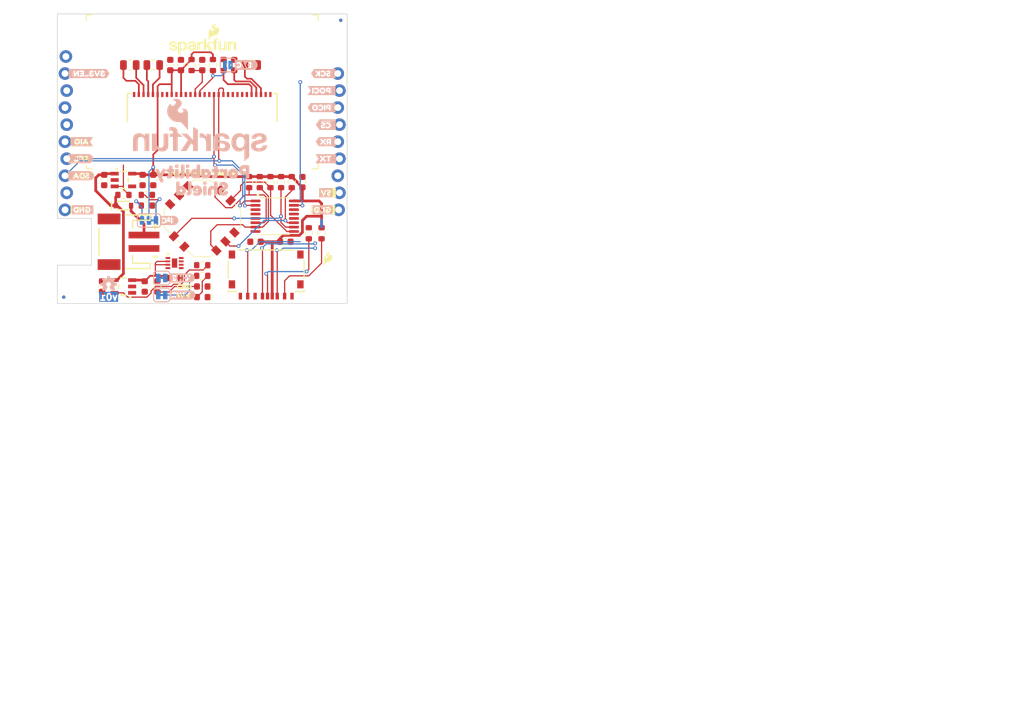
<source format=kicad_pcb>
(kicad_pcb (version 20240108) (generator "pcbnew") (generator_version "8.0")
  (title_block (title "SparkFun Portability Shield") (date "2024-09-25") (comment 1 "Designed by: N. Seidle"))
  (layers (0 "F.Cu" signal) (31 "B.Cu" jumper) (34 "B.Paste" user) (35 "F.Paste" user) (36 "B.SilkS" user "B.Silkscreen") (37 "F.SilkS" user "F.Silkscreen") (38 "B.Mask" user) (39 "F.Mask" user) (44 "Edge.Cuts" user))
  (net 0 "")
  (net 1 "GND")
  (net 2 "VBATT")
  (net 3 "3.3V_P")
  (net 4 "SD_CD")
  (net 5 "5V")
  (net 6 "Net-(D1-A)")
  (net 7 "Net-(U5-C1P)")
  (net 8 "Net-(U5-C1N)")
  (net 9 "Net-(U5-VCOMH)")
  (net 10 "SCL")
  (net 11 "SDA")
  (net 12 "3V3_EN")
  (net 13 "Net-(U5-C2N)")
  (net 14 "Net-(D1-K)")
  (net 19 "Net-(JP1-A)")
  (net 20 "Net-(U5-C2P)")
  (net 21 "Net-(U3-PROG)")
  (net 22 "Net-(U5-VCC)")
  (net 24 "Net-(JP2-B)")
  (net 25 "Net-(U5-IREF)")
  (net 26 "SHLD_~{CS}")
  (net 27 "SHLD_SCK")
  (net 28 "SHLD_POCI")
  (net 29 "SHLD_PICO")
  (net 30 "Main-TX")
  (net 31 "SW_Down")
  (net 32 "SW_Up")
  (net 33 "SW_Right")
  (net 34 "SW_Left")
  (net 35 "SW_Center")
  (net 38 "Main-RX")
  (net 41 "Net-(D3-A)")
  (net 42 "Net-(JP3-A)")
  (net 44 "Net-(JP4-B)")
  (net 45 "Net-(JP4-A)")
  (net 47 "~{RESET}_P")
  (footprint "kibuzzard-66F083B5" (layer "F.Cu") (at 154.129893 116.499038)
    (property "Reference" "kibuzzard-66F083B5" (hide yes))
    (property "Value" "G***" (hide yes))
  )
  (footprint "kibuzzard-66F080CC" (layer "F.Cu") (at 175.514 100.965)
    (property "Reference" "kibuzzard-66F080CC" (hide yes))
    (property "Value" "G***" (hide yes))
  )
  (footprint "kibuzzard-66F377AE" (layer "F.Cu") (at 138.90625 93.345)
    (property "Reference" "kibuzzard-66F377AE" (hide yes))
    (property "Value" "G***" (hide yes))
  )
  (footprint "SparkFun-Aesthetic:Fiducial_0.5mm_Mask1mm" (layer "F.Cu") (at 136.2075 116.5225 90)
    (property "Reference" "FID3")
    (property "Value" "Fiducial_0.5mm")
  )
  (footprint "SparkFun-Resistor:R_0603_1608Metric" (layer "F.Cu") (at 156.845 111.76 180)
    (property "Reference" "R3")
    (property "Value" "2.0k")
  )
  (footprint "SparkFun-Capacitor:C_0603_1608Metric" (layer "F.Cu") (at 141.9225 114.935 -90)
    (property "Reference" "C5")
    (property "Value" "4.7uF")
  )
  (footprint "SparkFun-Resistor:R_0603_1608Metric" (layer "F.Cu") (at 165.4175 99.3775 90)
    (property "Reference" "R8")
    (property "Value" "10k")
  )
  (footprint "SparkFun-Connector:microSD_Friction_Fit_Common" (layer "F.Cu") (at 166.37 112.395)
    (property "Reference" "J1")
    (property "Value" "microSD_Friction")
  )
  (footprint "SparkFun-Hardware:Standoff" (layer "F.Cu") (at 175.895 76.835 90)
    (property "Reference" "ST2")
    (property "Value" "Standoff")
  )
  (footprint "SparkFun-LED:LED_0603_1608Metric_Red" (layer "F.Cu") (at 156.845 116.5225 180)
    (property "Reference" "D3")
    (property "Value" "Red")
  )
  (footprint "SparkFun-Connector:JST_SMD_2.0mm-2" (layer "F.Cu") (at 144.4625 108.2675 90)
    (property "Reference" "J3")
    (property "Value" "JST_2mm_LiPo")
  )
  (footprint "SparkFun-Capacitor:C_0805_2012Metric" (layer "F.Cu") (at 164.1475 81.915)
    (property "Reference" "C15")
    (property "Value" "2.2uF")
  )
  (footprint "SparkFun-Resistor:R_0603_1608Metric" (layer "F.Cu") (at 174.625 106.9975 -90)
    (property "Reference" "R5")
    (property "Value" "10k")
  )
  (footprint "kibuzzard-66F0833D" (layer "F.Cu") (at 149.86 110.49)
    (property "Reference" "kibuzzard-66F0833D" (hide yes))
    (property "Value" "G***" (hide yes))
  )
  (footprint "kibuzzard-66F080F8" (layer "F.Cu") (at 138.83672 98.425)
    (property "Reference" "kibuzzard-66F080F8" (hide yes))
    (property "Value" "G***" (hide yes))
  )
  (footprint "SparkFun-Resistor:R_0603_1608Metric" (layer "F.Cu") (at 158.4325 81.915 -90)
    (property "Reference" "R2")
    (property "Value" "10k")
  )
  (footprint "kibuzzard-66F080D6" (layer "F.Cu") (at 174.879 103.505)
    (property "Reference" "kibuzzard-66F080D6" (hide yes))
    (property "Value" "G***" (hide yes))
  )
  (footprint "kibuzzard-66F080E9" (layer "F.Cu") (at 138.70972 95.885)
    (property "Reference" "kibuzzard-66F080E9" (hide yes))
    (property "Value" "G***" (hide yes))
  )
  (footprint "SparkFun-LED:LED_0603_1608Metric_Yellow" (layer "F.Cu") (at 156.845 114.935 180)
    (property "Reference" "D1")
    (property "Value" "Yellow")
  )
  (footprint "SparkFun-Resistor:R_0603_1608Metric" (layer "F.Cu") (at 150.1775 114.935 90)
    (property "Reference" "R4")
    (property "Value" "1k")
  )
  (footprint "SparkFun-Semiconductor-Standard:TSSOP-16_4.4x5mm_P0.65mm" (layer "F.Cu") (at 167.64 104.4575)
    (property "Reference" "U4")
    (property "Value" "PCA9557PW")
  )
  (footprint "SparkFun-Capacitor:C_0603_1608Metric" (layer "F.Cu") (at 164.7825 108.2675 180)
    (property "Reference" "C2")
    (property "Value" "0.1uF")
  )
  (footprint "SparkFun-Semiconductor-Standard:SOD-323" (layer "F.Cu") (at 145.0975 102.87)
    (property "Reference" "D2")
    (property "Value" "BAT60A")
  )
  (footprint "SparkFun-Aesthetic:Fiducial_0.5mm_Mask1mm" (layer "F.Cu") (at 177.4825 75.2475 90)
    (property "Reference" "FID4")
    (property "Value" "Fiducial_0.5mm")
  )
  (footprint "SparkFun-Resistor:R_0603_1608Metric" (layer "F.Cu") (at 145.0975 101.2825)
    (property "Reference" "R13")
    (property "Value" "100k")
  )
  (footprint "SparkFun-Resistor:R_0603_1608Metric" (layer "F.Cu") (at 170.18 99.3775 90)
    (property "Reference" "R12")
    (property "Value" "10k")
  )
  (footprint "SparkFun-Switch:Navigation_SMD_9.9x9.9mm" (layer "F.Cu") (at 156.845 104.775)
    (property "Reference" "SW2")
    (property "Value" "Nav Switch")
  )
  (footprint "SparkFun-Semiconductor-Standard:SOT23-5" (layer "F.Cu") (at 145.0975 99.06)
    (property "Reference" "U1")
    (property "Value" "AP2112K-3.3")
  )
  (footprint "SparkFun-Aesthetic:SparkFun_Flame_2mm" (layer "F.Cu") (at 175.5775 110.8075)
    (property "Reference" "G***" (hide yes))
    (property "Value" "Flame" (hide yes))
  )
  (footprint "SparkFun-Resistor:R_0603_1608Metric" (layer "F.Cu") (at 155.2575 81.915 90)
    (property "Reference" "R1")
    (property "Value" "10k")
  )
  (footprint "SparkFun-Hardware:Standoff" (layer "F.Cu") (at 137.795 76.835 90)
    (property "Reference" "ST1")
    (property "Value" "Standoff")
  )
  (footprint "SparkFun-Semiconductor-Standard:SOT23-5" (layer "F.Cu") (at 145.0975 114.935 180)
    (property "Reference" "U3")
    (property "Value" "MCP73831")
  )
  (footprint "SparkFun-Semiconductor-Standard:DFN-8" (layer "F.Cu") (at 152.7175 111.4425)
    (property "Reference" "U2")
    (property "Value" "MAX17048")
  )
  (footprint "SparkFun-Capacitor:C_0603_1608Metric" (layer "F.Cu") (at 148.2725 114.935 -90)
    (property "Reference" "C4")
    (property "Value" "4.7uF")
  )
  (footprint "SparkFun-Resistor:R_0603_1608Metric" (layer "F.Cu") (at 156.845 113.3475)
    (property "Reference" "R14")
    (property "Value" "1k")
  )
  (footprint "SparkFun-Capacitor:C_0603_1608Metric" (layer "F.Cu") (at 152.0825 81.915 90)
    (property "Reference" "C8")
    (property "Value" "1.0uF")
  )
  (footprint "SparkFun-Capacitor:C_0603_1608Metric" (layer "F.Cu") (at 147.955 99.06 -90)
    (property "Reference" "C10")
    (property "Value" "10uF")
  )
  (footprint "kibuzzard-66CAA432" (layer "F.Cu") (at 138.83672 103.505)
    (property "Reference" "kibuzzard-66CAA432" (hide yes))
    (property "Value" "G***" (hide yes))
  )
  (footprint "kibuzzard-66F08337" (layer "F.Cu") (at 149.86 106.045)
    (property "Reference" "kibuzzard-66F08337" (hide yes))
    (property "Value" "G***" (hide yes))
  )
  (footprint "SparkFun-Capacitor:C_0603_1608Metric" (layer "F.Cu") (at 153.67 81.915 90)
    (property "Reference" "C7")
    (property "Value" "1.0uF")
  )
  (footprint "SparkFun-Resistor:R_0603_1608Metric" (layer "F.Cu") (at 160.02 81.915 90)
    (property "Reference" "R7")
    (property "Value" "390k")
  )
  (footprint "SparkFun-Capacitor:C_0603_1608Metric" (layer "F.Cu") (at 171.7675 99.3775 90)
    (property "Reference" "C13")
    (property "Value" "0.1uF")
  )
  (footprint "kibuzzard-66F083BA" (layer "F.Cu") (at 154.178 114.935)
    (property "Reference" "kibuzzard-66F083BA" (hide yes))
    (property "Value" "G***" (hide yes))
  )
  (footprint "SparkFun-Capacitor:C_0603_1608Metric" (layer "F.Cu") (at 161.6075 81.915 90)
    (property "Reference" "C12")
    (property "Value" "4.7uF")
  )
  (footprint "SparkFun-Resistor:R_0603_1608Metric" (layer "F.Cu") (at 168.5925 99.3775 90)
    (property "Reference" "R11")
    (property "Value" "10k")
  )
  (footprint "SparkFun-Capacitor:C_0603_1608Metric" (layer "F.Cu") (at 142.24 99.06 -90)
    (property "Reference" "C9")
    (property "Value" "0.1uF")
  )
  (footprint "SparkFun-Capacitor:C_0603_1608Metric" (layer "F.Cu") (at 156.845 81.915 90)
    (property "Reference" "C6")
    (property "Value" "1.0uF")
  )
  (footprint "SparkFun-Resistor:R_0603_1608Metric" (layer "F.Cu") (at 148.59 102.87)
    (property "Reference" "R15")
    (property "Value" "2.2k")
  )
  (footprint "SparkFun-Connector:1x09_Locking" (layer "F.Cu") (at 177.165 103.505 90)
    (property "Reference" "J4")
    (property "Value" "1x09")
  )
  (footprint "SparkFun-Resistor:R_0603_1608Metric" (layer "F.Cu") (at 148.59 101.2825)
    (property "Reference" "R16")
    (property "Value" "2.2k")
  )
  (footprint "SparkFun-Capacitor:C_0805_2012Metric" (layer "F.Cu") (at 146.05 81.915)
    (property "Reference" "C14")
    (property "Value" "1.0uF")
  )
  (footprint "SparkFun-Resistor:R_0603_1608Metric" (layer "F.Cu") (at 172.72 106.9975 90)
    (property "Reference" "R6")
    (property "Value" "10k")
  )
  (footprint "SparkFun-Display:OLED-1.3-128X64-Folded" (layer "F.Cu") (at 156.845 87.3125)
    (property "Reference" "U5")
    (property "Value" "OLED_1.3\"")
  )
  (footprint "kibuzzard-66F083A9" (layer "F.Cu") (at 156.845 98.1075)
    (property "Reference" "kibuzzard-66F083A9" (hide yes))
    (property "Value" "G***" (hide yes))
  )
  (footprint "SparkFun-Capacitor:C_0603_1608Metric" (layer "F.Cu") (at 169.2275 108.2675)
    (property "Reference" "C1")
    (property "Value" "10uF")
  )
  (footprint "SparkFun-Aesthetic:SparkFun_Logo_10mm" (layer "F.Cu") (at 156.845 79.0575)
    (property "Reference" "G***" (hide yes))
    (property "Value" "LOGO" (hide yes))
  )
  (footprint "SparkFun-Capacitor:C_0603_1608Metric" (layer "F.Cu") (at 152.7175 113.665)
    (property "Reference" "C3")
    (property "Value" "0.1uF")
  )
  (footprint "SparkFun-Aesthetic:Creative_Commons_License" (layer "F.Cu") (at 232.41 159.385)
    (property "Reference" "G1" (hide yes))
    (property "Value" "OSHW_Logo" (hide yes))
  )
  (footprint "SparkFun-Capacitor:C_0603_1608Metric" (layer "F.Cu") (at 149.5425 99.06 -90)
    (property "Reference" "C16")
    (property "Value" "0.1uF")
  )
  (footprint "SparkFun-Resistor:R_0603_1608Metric" (layer "F.Cu") (at 167.005 99.3775 90)
    (property "Reference" "R10")
    (property "Value" "10k")
  )
  (footprint "SparkFun-Hardware:Standoff" (layer "F.Cu") (at 137.795 114.935 90)
    (property "Reference" "ST3")
    (property "Value" "Standoff")
  )
  (footprint "SparkFun-Capacitor:C_0805_2012Metric" (layer "F.Cu") (at 149.5425 81.915)
    (property "Reference" "C11")
    (property "Value" "1.0uF")
  )
  (footprint "SparkFun-Resistor:R_0603_1608Metric" (layer "F.Cu") (at 163.83 99.3775 90)
    (property "Reference" "R9")
    (property "Value" "10k")
  )
  (footprint "SparkFun-Connector:1x10_Locking" (layer "F.Cu") (at 136.525 80.645 -90)
    (property "Reference" "J2")
    (property "Value" "1x10")
  )
  (footprint "SparkFun-Hardware:Standoff" (layer "F.Cu") (at 175.895 114.935 90)
    (property "Reference" "ST4")
    (property "Value" "Standoff")
  )
  (footprint "kibuzzard-66F3797E" (layer "B.Cu") (at 138.90625 93.345 180)
    (property "Reference" "kibuzzard-66F3797E" (hide yes))
    (property "Value" "G***" (hide yes))
  )
  (footprint "kibuzzard-66F08598" (layer "B.Cu") (at 175.26 95.885 180)
    (property "Reference" "kibuzzard-66F08598" (hide yes))
    (property "Value" "G***" (hide yes))
  )
  (footprint "SparkFun-Jumper:Jumper_3_NC-2_Trace" (layer "B.Cu") (at 148.9075 105.0925 180)
    (property "Reference" "JP4")
    (property "Value" "I²C")
  )
  (footprint "kibuzzard-66F08591" (layer "B.Cu") (at 175.26 90.805 180)
    (property "Reference" "kibuzzard-66F08591" (hide yes))
    (property "Value" "G***" (hide yes))
  )
  (footprint "kibuzzard-66F085B1" (layer "B.Cu") (at 139.97972 83.185 180)
    (property "Reference" "kibuzzard-66F085B1" (hide yes))
    (property "Value" "G***" (hide yes))
  )
  (footprint "kibuzzard-66CAA432" (layer "B.Cu") (at 139.019332 103.505168 180)
    (property "Reference" "kibuzzard-66CAA432" (hide yes))
    (property "Value" "G***" (hide yes))
  )
  (footprint "kibuzzard-66F37954" (layer "B.Cu") (at 151.92375 105.0925 180)
    (property "Reference" "kibuzzard-66F37954" (hide yes))
    (property "Value" "G***" (hide yes))
  )
  (footprint "kibuzzard-66F08589" (layer "B.Cu") (at 174.625 88.265 180)
    (property "Reference" "kibuzzard-66F08589" (hide yes))
    (property "Value" "G***" (hide yes))
  )
  (footprint "kibuzzard-66F0824D" (layer "B.Cu") (at 156.845 100.33 180)
    (property "Reference" "kibuzzard-66F0824D" (hide yes))
    (property "Value" "G***" (hide yes))
  )
  (footprint "SparkFun-Aesthetic:Fiducial_0.5mm_Mask1mm" (layer "B.Cu") (at 136.2075 116.5225 -90)
    (property "Reference" "FID2")
    (property "Value" "Fiducial_0.5mm")
  )
  (footprint "SparkFun-Jumper:Jumper_2_NC_Trace" (layer "B.Cu") (at 150.8125 113.665 180)
    (property "Reference" "JP1")
    (property "Value" "CHG")
  )
  (footprint "kibuzzard-66F08559" (layer "B.Cu") (at 174.879 83.185 180)
    (property "Reference" "kibuzzard-66F08559" (hide yes))
    (property "Value" "G***" (hide yes))
  )
  (footprint "kibuzzard-66F08248" (layer "B.Cu") (at 156.845 98.1075 180)
    (property "Reference" "kibuzzard-66F08248" (hide yes))
    (property "Value" "G***" (hide yes))
  )
  (footprint "SparkFun-Aesthetic:Fiducial_0.5mm_Mask1mm" (layer "B.Cu") (at 177.4825 75.2475 -90)
    (property "Reference" "FID1")
    (property "Value" "Fiducial_0.5mm")
  )
  (footprint "SparkFun-Aesthetic:SparkFun_Logo_20mm" (layer "B.Cu") (at 156.845 93.345 180)
    (property "Reference" "G***" (hide yes))
    (property "Value" "LOGO" (hide yes))
  )
  (footprint "kibuzzard-66F0B764" (layer "B.Cu") (at 163.4 81.915 180)
    (property "Reference" "kibuzzard-66F0B764" (hide yes))
    (property "Value" "G***" (hide yes))
  )
  (footprint "kibuzzard-66F0B716" (layer "B.Cu") (at 153.924 113.665 180)
    (property "Reference" "kibuzzard-66F0B716" (hide yes))
    (property "Value" "G***" (hide yes))
  )
  (footprint "kibuzzard-66CB37A9" (layer "B.Cu") (at 174.752 103.505 180)
    (property "Reference" "kibuzzard-66CB37A9" (hide yes))
    (property "Value" "G***" (hide yes))
  )
  (footprint "SparkFun-Aesthetic:OSHW_Logo_2.5mm" (layer "B.Cu") (at 142.875 114.6175 180)
    (property "Reference" "Ref**" (hide yes))
    (property "Value" "Val**" (hide yes))
  )
  (footprint "kibuzzard-66F08463" (layer "B.Cu") (at 138.77322 95.885 180)
    (property "Reference" "kibuzzard-66F08463" (hide yes))
    (property "Value" "G***" (hide yes))
  )
  (footprint "SparkFun-Jumper:Jumper_2_NC_Trace" (layer "B.Cu") (at 150.8125 116.205 180)
    (property "Reference" "JP3")
    (property "Value" "PWR")
  )
  (footprint "SparkFun-Jumper:Jumper_2_NO" (layer "B.Cu") (at 160.655 81.915 180)
    (property "Reference" "JP2")
    (property "Value" "D/C")
  )
  (footprint "kibuzzard-66F08561" (layer "B.Cu") (at 174.625 85.725 180)
    (property "Reference" "kibuzzard-66F08561" (hide yes))
    (property "Value" "G***" (hide yes))
  )
  (footprint "kibuzzard-66CAA9A5" (layer "B.Cu") (at 175.26 100.965 180)
    (property "Reference" "kibuzzard-66CAA9A5" (hide yes))
    (property "Value" "G***" (hide yes))
  )
  (footprint "kibuzzard-66F0844F" (layer "B.Cu") (at 138.77322 98.425 180)
    (property "Reference" "kibuzzard-66F0844F" (hide yes))
    (property "Value" "G***" (hide yes))
  )
  (footprint "kibuzzard-66F0853A" (layer "B.Cu") (at 175.26 93.345 180)
    (property "Reference" "kibuzzard-66F0853A" (hide yes))
    (property "Value" "G***" (hide yes))
  )
  (footprint "kibuzzard-66F0B700" (layer "B.Cu") (at 153.924 116.205 180)
    (property "Reference" "kibuzzard-66F0B700" (hide yes))
    (property "Value" "G***" (hide yes))
  )
  (gr_line (start 174.117 96.52) (end 174.117 97.409) (stroke (width 0.15)) (layer "F.SilkS"))
  (gr_line (start 174.117 74.422) (end 174.117 75.311) (stroke (width 0.15)) (layer "F.SilkS"))
  (gr_line (start 140.462 97.409) (end 139.573 97.409) (stroke (width 0.15)) (layer "F.SilkS"))
  (gr_line (start 173.228 74.422) (end 174.117 74.422) (stroke (width 0.15)) (layer "F.SilkS"))
  (gr_line (start 174.117 97.409) (end 173.228 97.409) (stroke (width 0.15)) (layer "F.SilkS"))
  (gr_line (start 139.573 74.422) (end 140.462 74.422) (stroke (width 0.15)) (layer "F.SilkS"))
  (gr_line (start 139.573 97.409) (end 139.573 96.901) (stroke (width 0.15)) (layer "F.SilkS"))
  (gr_line (start 139.573 75.311) (end 139.573 74.422) (stroke (width 0.15)) (layer "F.SilkS"))
  (gr_line (start 140.335 104.775) (end 135.255 104.775) (stroke (width 0.1)) (layer "Edge.Cuts"))
  (gr_line (start 140.335 111.76) (end 140.335 104.775) (stroke (width 0.1)) (layer "Edge.Cuts"))
  (gr_line (start 135.255 74.295) (end 178.435 74.295) (stroke (width 0.1)) (layer "Edge.Cuts"))
  (gr_line (start 135.255 104.775) (end 135.255 74.295) (stroke (width 0.1)) (layer "Edge.Cuts"))
  (gr_line (start 135.255 111.76) (end 140.335 111.76) (stroke (width 0.1)) (layer "Edge.Cuts"))
  (gr_line (start 178.435 117.475) (end 135.255 117.475) (stroke (width 0.1)) (layer "Edge.Cuts"))
  (gr_line (start 178.435 74.295) (end 178.435 117.475) (stroke (width 0.1)) (layer "Edge.Cuts"))
  (gr_line (start 135.255 117.475) (end 135.255 111.76) (stroke (width 0.1)) (layer "Edge.Cuts"))
  (gr_text "v01" (at 142.875 116.5225 0) (layer "B.Cu" knockout) (effects (font (size 1 1) (thickness 0.25) (bold yes)) (justify mirror)))
  (segment (start 148.1625 105.6175) (end 146.2475 103.7025) (width 0.4064) (layer "F.Cu") (net 2))
  (segment (start 148.0975 113.985) (end 148.2725 114.16) (width 0.4064) (layer "F.Cu") (net 2))
  (segment (start 149.86 111.4425) (end 149.86 111.691869) (width 0.1778) (layer "F.Cu") (net 2))
  (segment (start 148.1625 107.2675) (end 148.1625 105.6175) (width 0.4064) (layer "F.Cu") (net 2))
  (segment (start 149.86 111.691869) (end 149.86 113.3475) (width 0.1778) (layer "F.Cu") (net 2))
  (segment (start 149.085 113.3475) (end 149.86 113.3475) (width 0.254) (layer "F.Cu") (net 2))
  (segment (start 151.7275 111.6925) (end 149.860631 111.6925) (width 0.1778) (layer "F.Cu") (net 2))
  (segment (start 149.860631 111.6925) (end 149.86 111.691869) (width 0.1778) (layer "F.Cu") (net 2))
  (segment (start 149.86 113.3475) (end 151.625 113.3475) (width 0.254) (layer "F.Cu") (net 2))
  (segment (start 151.7275 111.1925) (end 150.11 111.1925) (width 0.1778) (layer "F.Cu") (net 2))
  (segment (start 148.2725 114.16) (end 149.085 113.3475) (width 0.254) (layer "F.Cu") (net 2))
  (segment (start 146.3976 113.985) (end 148.0975 113.985) (width 0.4064) (layer "F.Cu") (net 2))
  (segment (start 150.11 111.1925) (end 149.86 111.4425) (width 0.1778) (layer "F.Cu") (net 2))
  (segment (start 146.2475 103.7025) (end 146.2475 102.87) (width 0.4064) (layer "F.Cu") (net 2))
  (segment (start 151.625 113.3475) (end 151.9425 113.665) (width 0.254) (layer "F.Cu") (net 2))
  (segment (start 171.7675 106.852088) (end 171.7675 105.0925) (width 0.4064) (layer "F.Cu") (net 3))
  (segment (start 147.78 98.11) (end 147.955 98.285) (width 0.4064) (layer "F.Cu") (net 3))
  (segment (start 170.18 98.565) (end 171.7675 100.1525) (width 0.4064) (layer "F.Cu") (net 3))
  (segment (start 156.5275 98.425) (end 157.1625 98.425) (width 0.4064) (layer "F.Cu") (net 3))
  (segment (start 153.695 82.715) (end 153.67 82.69) (width 0.254) (layer "F.Cu") (net 3))
  (segment (start 171.7675 102.1825) (end 170.5025 102.1825) (width 0.4064) (layer "F.Cu") (net 3))
  (segment (start 152.295 82.9025) (end 152.0825 82.69) (width 0.254) (layer "F.Cu") (net 3))
  (segment (start 174.625 104.4575) (end 174.625 102.5525) (width 0.4064) (layer "F.Cu") (net 3))
  (segment (start 174.625 102.5525) (end 174.255 102.1825) (width 0.4064) (layer "F.Cu") (net 3))
  (segment (start 167.3225 108.2675) (end 167.9575 108.2675) (width 0.4064) (layer "F.Cu") (net 3))
  (segment (start 167.9575 108.2675) (end 168.4525 108.2675) (width 0.4064) (layer "F.Cu") (net 3))
  (segment (start 157.1625 98.425) (end 157.29 98.5525) (width 0.4064) (layer "F.Cu") (net 3))
  (segment (start 167.005 98.5525) (end 168.5925 98.5525) (width 0.4064) (layer "F.Cu") (net 3))
  (segment (start 158.115 80.01) (end 158.4325 80.3275) (width 0.254) (layer "F.Cu") (net 3))
  (segment (start 174.625 106.1725) (end 174.625 104.4575) (width 0.4064) (layer "F.Cu") (net 3))
  (segment (start 152.295 84.7725) (end 152.295 82.9025) (width 0.254) (layer "F.Cu") (net 3))
  (segment (start 163.83 98.5525) (end 165.4175 98.5525) (width 0.4064) (layer "F.Cu") (net 3))
  (segment (start 171.7675 105.0925) (end 172.4025 104.4575) (width 0.4064) (layer "F.Cu") (net 3))
  (segment (start 149.5425 97.155) (end 149.5425 95.25) (width 0.254) (layer "F.Cu") (net 3))
  (segment (start 153.67 82.6775) (end 155.2575 81.09) (width 0.254) (layer "F.Cu") (net 3))
  (segment (start 150.195 94.5975) (end 149.5425 95.25) (width 0.254) (layer "F.Cu") (net 3))
  (segment (start 171.304588 107.315) (end 171.7675 106.852088) (width 0.4064) (layer "F.Cu") (net 3))
  (segment (start 157.29 98.5525) (end 163.83 98.5525) (width 0.4064) (layer "F.Cu") (net 3))
  (segment (start 150.195 86.3125) (end 150.195 85.0725) (width 0.254) (layer "F.Cu") (net 3))
  (segment (start 149.5425 98.285) (end 149.5425 97.155) (width 0.4064) (layer "F.Cu") (net 3))
  (segment (start 168.5925 98.5525) (end 170.18 98.5525) (width 0.4064) (layer "F.Cu") (net 3))
  (segment (start 152.0825 82.69) (end 153.67 82.69) (width 0.254) (layer "F.Cu") (net 3))
  (segment (start 146.3976 98.11) (end 147.78 98.11) (width 0.4064) (layer "F.Cu") (net 3))
  (segment (start 156.3875 98.285) (end 156.5275 98.425) (width 0.4064) (layer "F.Cu") (net 3))
  (segment (start 155.575 80.01) (end 158.115 80.01) (width 0.254) (layer "F.Cu") (net 3))
  (segment (start 155.2575 80.3275) (end 155.575 80.01) (width 0.254) (layer "F.Cu") (net 3))
  (segment (start 153.67 82.69) (end 153.67 82.6775) (width 0.254) (layer "F.Cu") (net 3))
  (segment (start 158.4325 80.3275) (end 158.4325 81.09) (width 0.254) (layer "F.Cu") (net 3))
  (segment (start 152.295 86.3125) (end 152.295 84.7725) (width 0.254) (layer "F.Cu") (net 3))
  (segment (start 150.195 86.3125) (end 150.195 94.5975) (width 0.254) (layer "F.Cu") (net 3))
  (segment (start 167.27 116.37) (end 167.27 108.32) (width 0.4064) (layer "F.Cu") (net 3))
  (segment (start 168.4525 108.2675) (end 168.4525 107.7725) (width 0.4064) (layer "F.Cu") (net 3))
  (segment (start 165.4175 98.5525) (end 167.005 98.5525) (width 0.4064) (layer "F.Cu") (net 3))
  (segment (start 168.4525 107.7725) (end 168.91 107.315) (width 0.4064) (layer "F.Cu") (net 3))
  (segment (start 171.7675 100.1525) (end 171.7675 102.1825) (width 0.4064) (layer "F.Cu") (net 3))
  (segment (start 170.18 98.5525) (end 170.18 98.565) (width 0.4064) (layer "F.Cu") (net 3))
  (segment (start 147.955 98.285) (end 149.5425 98.285) (width 0.4064) (layer "F.Cu") (net 3))
  (segment (start 149.5425 98.285) (end 156.3875 98.285) (width 0.4064) (layer "F.Cu") (net 3))
  (segment (start 167.27 108.32) (end 167.3225 108.2675) (width 0.4064) (layer "F.Cu") (net 3))
  (segment (start 153.695 86.3125) (end 153.695 82.715) (width 0.254) (layer "F.Cu") (net 3))
  (segment (start 150.495 84.7725) (end 152.295 84.7725) (width 0.254) (layer "F.Cu") (net 3))
  (segment (start 155.2575 81.09) (end 155.2575 80.3275) (width 0.254) (layer "F.Cu") (net 3))
  (segment (start 174.255 102.1825) (end 171.7675 102.1825) (width 0.4064) (layer "F.Cu") (net 3))
  (segment (start 172.4025 104.4575) (end 174.625 104.4575) (width 0.4064) (layer "F.Cu") (net 3))
  (segment (start 168.91 107.315) (end 171.304588 107.315) (width 0.4064) (layer "F.Cu") (net 3))
  (segment (start 165.5575 108.2675) (end 167.3225 108.2675) (width 0.4064) (layer "F.Cu") (net 3))
  (segment (start 150.195 85.0725) (end 150.495 84.7725) (width 0.254) (layer "F.Cu") (net 3))
  (via (at 149.5425 97.155) (size 0.56) (drill 0.3) (layers "F.Cu" "B.Cu") (net 3))
  (segment (start 148.9075 105.0925) (end 148.9075 97.79) (width 0.1778) (layer "B.Cu") (net 3))
  (segment (start 174.625 106.045) (end 174.625 105.0925) (width 0.4064) (layer "B.Cu") (net 3))
  (segment (start 148.9075 97.79) (end 149.5425 97.155) (width 0.1778) (layer "B.Cu") (net 3))
  (segment (start 172.72 107.8225) (end 172.72 112.3823) (width 0.1778) (layer "F.Cu") (net 4))
  (segment (start 166.57 113.23) (end 166.37 113.03) (width 0.1778) (layer "F.Cu") (net 4))
  (segment (start 172.72 112.3823) (end 172.39615 112.70615) (width 0.1778) (layer "F.Cu") (net 4))
  (segment (start 166.57 116.37) (end 166.57 113.23) (width 0.1778) (layer "F.Cu") (net 4))
  (via (at 172.39615 112.70615) (size 0.56) (drill 0.3) (layers "F.Cu" "B.Cu") (net 4))
  (via (at 166.37 113.03) (size 0.56) (drill 0.3) (layers "F.Cu" "B.Cu") (net 4))
  (segment (start 166.37 113.03) (end 166.6875 112.7125) (width 0.1778) (layer "B.Cu") (net 4))
  (segment (start 166.6875 112.7125) (end 172.4025 112.7125) (width 0.1778) (layer "B.Cu") (net 4))
  (segment (start 172.4025 112.7125) (end 172.39615 112.70615) (width 0.1778) (layer "B.Cu") (net 4))
  (segment (start 143.9475 101.6075) (end 144.2725 101.2825) (width 0.4064) (layer "F.Cu") (net 5))
  (segment (start 141.9225 114.16) (end 142.0975 113.985) (width 0.4064) (layer "F.Cu") (net 5))
  (segment (start 143.1925 102.87) (end 140.97 100.6475) (width 0.4064) (layer "F.Cu") (net 5))
  (segment (start 145.0975 103.7913) (end 144.1762 102.87) (width 0.4064) (layer "F.Cu") (net 5))
  (segment (start 144.1762 102.87) (end 143.9475 102.87) (width 0.4064) (layer "F.Cu") (net 5))
  (segment (start 142.0975 113.985) (end 143.7974 113.985) (width 0.4064) (layer "F.Cu") (net 5))
  (segment (start 142.24 98.285) (end 142.415 98.11) (width 0.4064) (layer "F.Cu") (net 5))
  (segment (start 140.97 100.6475) (end 140.97 98.7425) (width 0.4064) (layer "F.Cu") (net 5))
  (segment (start 140.97 98.7425) (end 141.4275 98.285) (width 0.4064) (layer "F.Cu") (net 5))
  (segment (start 142.415 98.11) (end 143.7974 98.11) (width 0.4064) (layer "F.Cu") (net 5))
  (segment (start 145.0975 113.03) (end 145.0975 103.7913) (width 0.4064) (layer "F.Cu") (net 5))
  (segment (start 143.7974 113.985) (end 144.1425 113.985) (width 0.4064) (layer "F.Cu") (net 5))
  (segment (start 141.4275 98.285) (end 142.24 98.285) (width 0.4064) (layer "F.Cu") (net 5))
  (segment (start 144.1425 113.985) (end 145.0975 113.03) (width 0.4064) (layer "F.Cu") (net 5))
  (segment (start 143.9475 102.87) (end 143.1925 102.87) (width 0.4064) (layer "F.Cu") (net 5))
  (segment (start 143.9475 102.87) (end 143.9475 101.6075) (width 0.4064) (layer "F.Cu") (net 5))
  (segment (start 156.0575 114.935) (end 152.7175 114.935) (width 0.1778) (layer "F.Cu") (net 6))
  (segment (start 151.8925 115.76) (end 150.1775 115.76) (width 0.1778) (layer "F.Cu") (net 6))
  (segment (start 152.7175 114.935) (end 151.8925 115.76) (width 0.1778) (layer "F.Cu") (net 6))
  (segment (start 148.795 86.3125) (end 148.795 84.3425) (width 0.254) (layer "F.Cu") (net 7))
  (segment (start 148.795 84.3425) (end 148.59 84.1375) (width 0.254) (layer "F.Cu") (net 7))
  (segment (start 148.59 83.5025) (end 148.5925 83.5) (width 0.254) (layer "F.Cu") (net 7))
  (segment (start 148.5925 83.5) (end 148.5925 81.915) (width 0.254) (layer "F.Cu") (net 7))
  (segment (start 148.59 84.1375) (end 148.59 83.5025) (width 0.254) (layer "F.Cu") (net 7))
  (segment (start 149.495 84.82) (end 150.4925 83.8225) (width 0.254) (layer "F.Cu") (net 8))
  (segment (start 149.495 86.3125) (end 149.495 84.82) (width 0.254) (layer "F.Cu") (net 8))
  (segment (start 150.4925 83.8225) (end 150.4925 81.915) (width 0.254) (layer "F.Cu") (net 8))
  (segment (start 164.895 86.3125) (end 164.895 85.262764) (width 0.254) (layer "F.Cu") (net 9))
  (segment (start 164.895 85.262764) (end 163.998336 84.3661) (width 0.254) (layer "F.Cu") (net 9))
  (segment (start 161.8361 84.3661) (end 161.6075 84.1375) (width 0.254) (layer "F.Cu") (net 9))
  (segment (start 161.6075 84.1375) (end 161.6075 82.69) (width 0.254) (layer "F.Cu") (net 9))
  (segment (start 163.998336 84.3661) (end 161.8361 84.3661) (width 0.254) (layer "F.Cu") (net 9))
  (segment (start 162.482597 102.87) (end 162.482597 102.845173) (width 0.1778) (layer "F.Cu") (net 10))
  (segment (start 158.595 86.3125) (end 158.595 95.5675) (width 0.1778) (layer "F.Cu") (net 10))
  (segment (start 158.595 96.6825) (end 158.75 96.8375) (width 0.1778) (layer "F.Cu") (net 10))
  (segment (start 162.482597 102.845173) (end 163.14527 102.1825) (width 0.1778) (layer "F.Cu") (net 10))
  (segment (start 158.595 95.5675) (end 158.595 95.885) (width 0.1778) (layer "F.Cu") (net 10))
  (segment (start 163.14527 102.1825) (end 164.7775 102.1825) (width 0.1778) (layer "F.Cu") (net 10))
  (segment (start 158.595 95.885) (end 158.595 96.6825) (width 0.1778) (layer "F.Cu") (net 10))
  (via (at 158.75 96.8375) (size 0.56) (drill 0.3) (layers "F.Cu" "B.Cu") (net 10))
  (via (at 162.482597 102.87) (size 0.56) (drill 0.3) (layers "F.Cu" "B.Cu") (net 10))
  (via (at 158.595 95.5675) (size 0.56) (drill 0.3) (layers "F.Cu" "B.Cu") (net 10))
  (segment (start 162.8648 101.2825) (end 162.8648 101.6) (width 0.1778) (layer "B.Cu") (net 10))
  (segment (start 162.8648 98.244274) (end 162.8648 101.2825) (width 0.1778) (layer "B.Cu") (net 10))
  (segment (start 158.2902 95.8723) (end 158.595 95.5675) (width 0.1778) (layer "B.Cu") (net 10))
  (segment (start 162.8648 101.6) (end 162.482597 101.982203) (width 0.1778) (layer "B.Cu") (net 10))
  (segment (start 162.482597 101.982203) (end 162.482597 102.87) (width 0.1778) (layer "B.Cu") (net 10))
  (segment (start 136.6647 95.8723) (end 158.2902 95.8723) (width 0.1778) (layer "B.Cu") (net 10))
  (segment (start 161.458026 96.8375) (end 162.8648 98.244274) (width 0.1778) (layer "B.Cu") (net 10))
  (segment (start 136.652 95.885) (end 136.6647 95.8723) (width 0.1778) (layer "B.Cu") (net 10))
  (segment (start 158.75 96.8375) (end 161.458026 96.8375) (width 0.1778) (layer "B.Cu") (net 10))
  (segment (start 159.295 96.1125) (end 159.385 96.2025) (width 0.1778) (layer "F.Cu") (net 11))
  (segment (start 159.295 85.535277) (end 159.295 86.3125) (width 0.1778) (layer "F.Cu") (net 11))
  (segment (start 159.470188 85.360089) (end 159.295 85.535277) (width 0.1778) (layer "F.Cu") (net 11))
  (segment (start 163.2325 102.8325) (end 163.195 102.87) (width 0.1778) (layer "F.Cu") (net 11))
  (segment (start 159.866066 85.360089) (end 159.470188 85.360089) (width 0.1778) (layer "F.Cu") (net 11))
  (segment (start 164.7775 102.8325) (end 163.2325 102.8325) (width 0.1778) (layer "F.Cu") (net 11))
  (segment (start 159.995 86.3125) (end 159.995 85.489023) (width 0.1778) (layer "F.Cu") (net 11))
  (segment (start 159.295 86.3125) (end 159.295 96.1125) (width 0.1778) (layer "F.Cu") (net 11))
  (segment (start 159.995 85.489023) (end 159.866066 85.360089) (width 0.1778) (layer "F.Cu") (net 11))
  (via (at 159.385 96.2025) (size 0.56) (drill 0.3) (layers "F.Cu" "B.Cu") (net 11))
  (via (at 163.195 102.87) (size 0.56) (drill 0.3) (layers "F.Cu" "B.Cu") (net 11))
  (segment (start 138.6205 96.2025) (end 159.385 96.2025) (width 0.1778) (layer "B.Cu") (net 11))
  (segment (start 159.385 96.2025) (end 161.29 96.2025) (width 0.1778) (layer "B.Cu") (net 11))
  (segment (start 163.195 98.1075) (end 163.195 102.87) (width 0.1778) (layer "B.Cu") (net 11))
  (segment (start 161.29 96.2025) (end 163.195 98.1075) (width 0.1778) (layer "B.Cu") (net 11))
  (segment (start 136.398 98.425) (end 138.6205 96.2025) (width 0.1778) (layer "B.Cu") (net 11))
  (segment (start 143.7974 100.01) (end 145.095 100.01) (width 0.1778) (layer "F.Cu") (net 12))
  (segment (start 145.0975 100.4575) (end 145.0975 100.0125) (width 0.1778) (layer "F.Cu") (net 12))
  (segment (start 145.095 100.01) (end 145.0975 100.0125) (width 0.1778) (layer "F.Cu") (net 12))
  (segment (start 145.9225 101.2825) (end 145.0975 100.4575) (width 0.1778) (layer "F.Cu") (net 12))
  (segment (start 145.0975 100.0125) (end 145.0975 96.8375) (width 0.1778) (layer "F.Cu") (net 12))
  (segment (start 148.095 84.9125) (end 147 83.8175) (width 0.254) (layer "F.Cu") (net 13))
  (segment (start 147 83.8175) (end 147 81.915) (width 0.254) (layer "F.Cu") (net 13))
  (segment (start 148.095 86.3125) (end 148.095 84.9125) (width 0.254) (layer "F.Cu") (net 13))
  (segment (start 146.873882 84.266118) (end 145.543618 84.266118) (width 0.254) (layer "F.Cu") (net 20))
  (segment (start 145.0975 83.185) (end 145.1 83.1825) (width 0.254) (layer "F.Cu") (net 20))
  (segment (start 145.543618 84.266118) (end 145.0975 83.82) (width 0.254) (layer "F.Cu") (net 20))
  (segment (start 147.395 86.3125) (end 147.395 84.787236) (width 0.254) (layer "F.Cu") (net 20))
  (segment (start 145.1 83.1825) (end 145.1 81.915) (width 0.254) (layer "F.Cu") (net 20))
  (segment (start 145.0975 83.82) (end 145.0975 83.185) (width 0.254) (layer "F.Cu") (net 20))
  (segment (start 147.395 84.787236) (end 146.873882 84.266118) (width 0.254) (layer "F.Cu") (net 20))
  (segment (start 157.67 111.76) (end 156.9537 112.4763) (width 0.1778) (layer "F.Cu") (net 21))
  (segment (start 153.693382 114.6048) (end 152.580727 114.6048) (width 0.1778) (layer "F.Cu") (net 21))
  (segment (start 152.250527 114.935) (end 149.897866 114.935) (width 0.1778) (layer "F.Cu") (net 21))
  (segment (start 154.1838 113.215618) (end 154.1838 114.114382) (width 0.1778) (layer "F.Cu") (net 21))
  (segment (start 149.225 115.607866) (end 149.225 115.898182) (width 0.1778) (layer "F.Cu") (net 21))
  (segment (start 145.7325 116.5225) (end 145.095 115.885) (width 0.1778) (layer "F.Cu") (net 21))
  (segment (start 152.580727 114.6048) (end 152.250527 114.935) (width 0.1778) (layer "F.Cu") (net 21))
  (segment (start 149.225 115.898182) (end 148.600682 116.5225) (width 0.1778) (layer "F.Cu") (net 21))
  (segment (start 154.923118 112.4763) (end 154.1838 113.215618) (width 0.1778) (layer "F.Cu") (net 21))
  (segment (start 145.095 115.885) (end 143.7974 115.885) (width 0.1778) (layer "F.Cu") (net 21))
  (segment (start 149.897866 114.935) (end 149.225 115.607866) (width 0.1778) (layer "F.Cu") (net 21))
  (segment (start 156.9537 112.4763) (end 154.923118 112.4763) (width 0.1778) (layer "F.Cu") (net 21))
  (segment (start 154.1838 114.114382) (end 153.693382 114.6048) (width 0.1778) (layer "F.Cu") (net 21))
  (segment (start 148.600682 116.5225) (end 145.7325 116.5225) (width 0.1778) (layer "F.Cu") (net 21))
  (segment (start 165.595 85.388028) (end 164.166672 83.9597) (width 0.254) (layer "F.Cu") (net 22))
  (segment (start 164.166672 83.9597) (end 163.5125 83.9597) (width 0.254) (layer "F.Cu") (net 22))
  (segment (start 165.595 86.3125) (end 165.595 85.388028) (width 0.254) (layer "F.Cu") (net 22))
  (segment (start 163.5125 83.9597) (end 163.1975 83.6447) (width 0.254) (layer "F.Cu") (net 22))
  (segment (start 163.1975 83.6447) (end 163.1975 81.915) (width 0.254) (layer "F.Cu") (net 22))
  (segment (start 156.495 86.3125) (end 156.495 85.7575) (width 0.1778) (layer "F.Cu") (net 24))
  (segment (start 158.4325 83.82) (end 158.4325 83.5025) (width 0.1778) (layer "F.Cu") (net 24))
  (segment (start 158.4325 82.74) (end 158.4325 83.5025) (width 0.1778) (layer "F.Cu") (net 24))
  (segment (start 156.495 85.7575) (end 158.4325 83.82) (width 0.1778) (layer "F.Cu") (net 24))
  (via (at 158.4325 83.5025) (size 0.56) (drill 0.3) (layers "F.Cu" "B.Cu") (net 24))
  (segment (start 159.7025 83.5025) (end 158.4325 83.5025) (width 0.1778) (layer "B.Cu") (net 24))
  (segment (start 160.2486 81.915) (end 160.2486 82.9564) (width 0.1778) (layer "B.Cu") (net 24))
  (segment (start 160.2486 82.9564) (end 159.7025 83.5025) (width 0.1778) (layer "B.Cu") (net 24))
  (segment (start 163.83 84.7725) (end 160.655 84.7725) (width 0.254) (layer "F.Cu") (net 25))
  (segment (start 164.195 86.3125) (end 164.195 85.1375) (width 0.254) (layer "F.Cu") (net 25))
  (segment (start 160.655 84.7725) (end 160.02 84.1375) (width 0.254) (layer "F.Cu") (net 25))
  (segment (start 160.02 84.1375) (end 160.02 82.74) (width 0.254) (layer "F.Cu") (net 25))
  (segment (start 164.195 85.1375) (end 163.83 84.7725) (width 0.254) (layer "F.Cu") (net 25))
  (segment (start 169.8625 113.3475) (end 172.72 113.3475) (width 0.1778) (layer "F.Cu") (net 26))
  (segment (start 174.625 111.4425) (end 174.625 107.8225) (width 0.1778) (layer "F.Cu") (net 26))
  (segment (start 172.72 113.3475) (end 174.625 111.4425) (width 0.1778) (layer "F.Cu") (net 26))
  (segment (start 169.12 114.09) (end 169.8625 113.3475) (width 0.1778) (layer "F.Cu") (net 26))
  (segment (start 169.12 116.37) (end 169.12 114.09) (width 0.1778) (layer "F.Cu") (net 26))
  (segment (start 165.82 109.305) (end 165.735 109.22) (width 0.1778) (layer "F.Cu") (net 27))
  (segment (start 165.82 116.37) (end 165.82 109.305) (width 0.1778) (layer "F.Cu") (net 27))
  (via (at 173.6725 108.507597) (size 0.56) (drill 0.3) (layers "F.Cu" "B.Cu") (net 27))
  (via (at 165.735 109.22) (size 0.56) (drill 0.3) (layers "F.Cu" "B.Cu") (net 27))
  (segment (start 166.37 108.585) (end 173.6725 108.585) (width 0.1778) (layer "B.Cu") (net 27))
  (segment (start 173.6725 108.585) (end 173.6725 108.507597) (width 0.1778) (layer "B.Cu") (net 27))
  (segment (start 165.735 109.22) (end 166.37 108.585) (width 0.1778) (layer "B.Cu") (net 27))
  (segment (start 163.62 109.645) (end 163.5125 109.5375) (width 0.1778) (layer "F.Cu") (net 28))
  (segment (start 163.62 116.37) (end 163.62 109.645) (width 0.1778) (layer "F.Cu") (net 28))
  (via (at 163.5125 109.5375) (size 0.56) (drill 0.3) (layers "F.Cu" "B.Cu") (net 28))
  (segment (start 163.5125 109.5375) (end 164.1475 109.5375) (width 0.1778) (layer "B.Cu") (net 28))
  (segment (start 165.4302 108.2548) (end 171.45 108.2548) (width 0.1778) (layer "B.Cu") (net 28))
  (segment (start 164.1475 109.5375) (end 165.4302 108.2548) (width 0.1778) (layer "B.Cu") (net 28))
  (segment (start 168.02 116.37) (end 168.02 109.6) (width 0.1778) (layer "F.Cu") (net 29))
  (segment (start 168.02 109.6) (end 167.9575 109.5375) (width 0.1778) (layer "F.Cu") (net 29))
  (via (at 173.6725 109.22) (size 0.56) (drill 0.3) (layers "F.Cu" "B.Cu") (net 29))
  (via (at 167.9575 109.5375) (size 0.56) (drill 0.3) (layers "F.Cu" "B.Cu") (net 29))
  (segment (start 168.5925 109.5375) (end 168.91 109.22) (width 0.1778) (layer "B.Cu") (net 29))
  (segment (start 168.91 109.22) (end 173.355 109.22) (width 0.1778) (layer "B.Cu") (net 29))
  (segment (start 173.355 109.22) (end 173.6725 109.22) (width 0.1778) (layer "B.Cu") (net 29))
  (segment (start 167.9575 109.5375) (end 168.5925 109.5375) (width 0.1778) (layer "B.Cu") (net 29))
  (segment (start 162.8775 105.7275) (end 163.2325 106.0825) (width 0.1778) (layer "F.Cu") (net 31))
  (segment (start 165.846974 106.0825) (end 166.7002 105.229274) (width 0.1778) (layer "F.Cu") (net 31))
  (segment (start 165.439474 100.2025) (end 165.4175 100.2025) (width 0.1778) (layer "F.Cu") (net 31))
  (segment (start 158.115 106.68) (end 159.0675 105.7275) (width 0.1778) (layer "F.Cu") (net 31))
  (segment (start 164.7775 106.0825) (end 165.846974 106.0825) (width 0.1778) (layer "F.Cu") (net 31))
  (segment (start 158.948643 109.565648) (end 158.115 108.732005) (width 0.1778) (layer "F.Cu") (net 31))
  (segment (start 159.0675 105.7275) (end 162.8775 105.7275) (width 0.1778) (layer "F.Cu") (net 31))
  (segment (start 163.2325 106.0825) (end 164.7775 106.0825) (width 0.1778) (layer "F.Cu") (net 31))
  (segment (start 158.115 108.732005) (end 158.115 106.68) (width 0.1778) (layer "F.Cu") (net 31))
  (segment (start 166.7002 105.229274) (end 166.7002 101.463226) (width 0.1778) (layer "F.Cu") (net 31))
  (segment (start 166.7002 101.463226) (end 165.439474 100.2025) (width 0.1778) (layer "F.Cu") (net 31))
  (segment (start 166.37 101.6) (end 166.0525 101.2825) (width 0.1778) (layer "F.Cu") (net 32))
  (segment (start 163.195 101.2825) (end 163.83 101.2825) (width 0.1778) (layer "F.Cu") (net 32))
  (segment (start 166.03 105.4325) (end 166.37 105.0925) (width 0.1778) (layer "F.Cu") (net 32))
  (segment (start 160.3375 103.1875) (end 161.29 103.1875) (width 0.1778) (layer "F.Cu") (net 32))
  (segment (start 158.75 101.314365) (end 158.75 101.6) (width 0.1778) (layer "F.Cu") (net 32))
  (segment (start 161.29 103.1875) (end 163.195 101.2825) (width 0.1778) (layer "F.Cu") (net 32))
  (segment (start 158.75 101.6) (end 160.3375 103.1875) (width 0.1778) (layer "F.Cu") (net 32))
  (segment (start 166.0525 101.2825) (end 163.83 101.2825) (width 0.1778) (layer "F.Cu") (net 32))
  (segment (start 159.514328 100.550037) (end 158.75 101.314365) (width 0.1778) (layer "F.Cu") (net 32))
  (segment (start 166.37 105.0925) (end 166.37 101.6) (width 0.1778) (layer "F.Cu") (net 32))
  (segment (start 164.7775 105.4325) (end 166.03 105.4325) (width 0.1778) (layer "F.Cu") (net 32))
  (segment (start 163.83 101.2825) (end 163.83 100.2025) (width 0.1778) (layer "F.Cu") (net 32))
  (segment (start 167.0304 100.2279) (end 167.005 100.2025) (width 0.1778) (layer "F.Cu") (net 33))
  (segment (start 162.56 100.615635) (end 162.56 99.908528) (width 0.1778) (layer "F.Cu") (net 33))
  (segment (start 161.069963 102.105672) (end 162.56 100.615635) (width 0.1778) (layer "F.Cu") (net 33))
  (segment (start 167.0304 104.314874) (end 167.0304 100.2279) (width 0.1778) (layer "F.Cu") (net 33))
  (segment (start 162.56 99.908528) (end 163.091028 99.3775) (width 0.1778) (layer "F.Cu") (net 33))
  (segment (start 166.18 99.3775) (end 167.005 100.2025) (width 0.1778) (layer "F.Cu") (net 33))
  (segment (start 163.091028 99.3775) (end 166.18 99.3775) (width 0.1778) (layer "F.Cu") (net 33))
  (segment (start 169.448026 106.7325) (end 167.0304 104.314874) (width 0.1778) (layer "F.Cu") (net 33))
  (segment (start 170.5025 106.7325) (end 169.448026 106.7325) (width 0.1778) (layer "F.Cu") (net 33))
  (segment (start 168.5925 100.2025) (end 168.5798 100.2152) (width 0.1778) (layer "F.Cu") (net 34))
  (segment (start 168.5798 105.3973) (end 169.265 106.0825) (width 0.1778) (layer "F.Cu") (net 34))
  (segment (start 155.289365 104.775) (end 161.6075 104.775) (width 0.1778) (layer "F.Cu") (net 34))
  (segment (start 169.265 106.0825) (end 170.5025 106.0825) (width 0.1778) (layer "F.Cu") (net 34))
  (segment (start 152.620037 107.444328) (end 155.289365 104.775) (width 0.1778) (layer "F.Cu") (net 34))
  (segment (start 168.5798 104.4575) (end 168.5798 105.3973) (width 0.1778) (layer "F.Cu") (net 34))
  (segment (start 168.5798 100.2152) (end 168.5798 104.4575) (width 0.1778) (layer "F.Cu") (net 34))
  (via (at 168.5798 104.4575) (size 0.56) (drill 0.3) (layers "F.Cu" "B.Cu") (net 34))
  (via (at 161.6075 104.775) (size 0.56) (drill 0.3) (layers "F.Cu" "B.Cu") (net 34))
  (segment (start 168.275 104.7623) (end 168.5798 104.4575) (width 0.1778) (layer "B.Cu") (net 34))
  (segment (start 162.2425 104.775) (end 162.2552 104.7623) (width 0.1778) (layer "B.Cu") (net 34))
  (segment (start 161.6075 104.775) (end 162.2425 104.775) (width 0.1778) (layer "B.Cu") (net 34))
  (segment (start 162.2552 104.7623) (end 168.275 104.7623) (width 0.1778) (layer "B.Cu") (net 34))
  (segment (start 170.18 100.2025) (end 170.18 100.6475) (width 0.1778) (layer "F.Cu") (net 35))
  (segment (start 161.6075 108.9025) (end 162.2425 108.9025) (width 0.1778) (layer "F.Cu") (net 35))
  (segment (start 170.18 100.6475) (end 169.2275 101.6) (width 0.1778) (layer "F.Cu") (net 35))
  (segment (start 169.5675 105.4325) (end 170.5025 105.4325) (width 0.1778) (layer "F.Cu") (net 35))
  (segment (start 169.2275 105.0925) (end 169.5675 105.4325) (width 0.1778) (layer "F.Cu") (net 35))
  (segment (start 169.2275 101.6) (end 169.2275 105.0925) (width 0.1778) (layer "F.Cu") (net 35))
  (segment (start 160.292146 108.222146) (end 160.9725 108.9025) (width 0.1778) (layer "F.Cu") (net 35))
  (segment (start 160.9725 108.9025) (end 161.6075 108.9025) (width 0.1778) (layer "F.Cu") (net 35))
  (via (at 162.2425 108.9025) (size 0.56) (drill 0.3) (layers "F.Cu" "B.Cu") (net 35))
  (via (at 169.2275 105.0925) (size 0.56) (drill 0.3) (layers "F.Cu" "B.Cu") (net 35))
  (segment (start 162.2425 108.9025) (end 166.0525 105.0925) (width 0.1778) (layer "B.Cu") (net 35))
  (segment (start 166.0525 105.0925) (end 169.2275 105.0925) (width 0.1778) (layer "B.Cu") (net 35))
  (segment (start 156.0575 116.5225) (end 156.845 115.735) (width 0.1778) (layer "F.Cu") (net 41))
  (segment (start 156.845 115.735) (end 156.845 114.1725) (width 0.1778) (layer "F.Cu") (net 41))
  (segment (start 156.845 114.1725) (end 157.67 113.3475) (width 0.1778) (layer "F.Cu") (net 41))
  (segment (start 154.94 113.3475) (end 156.02 113.3475) (width 0.1778) (layer "F.Cu") (net 42))
  (via (at 154.94 113.3475) (size 0.56) (drill 0.3) (layers "F.Cu" "B.Cu") (net 42))
  (segment (start 154.94 115.57) (end 154.94 113.3475) (width 0.1778) (layer "B.Cu") (net 42))
  (segment (start 151.3332 116.205) (end 154.305 116.205) (width 0.1778) (layer "B.Cu") (net 42))
  (segment (start 154.305 116.205) (end 154.94 115.57) (width 0.1778) (layer "B.Cu") (net 42))
  (segment (start 147.0025 102.235) (end 147.13 102.235) (width 0.1778) (layer "F.Cu") (net 44))
  (segment (start 147.13 102.235) (end 147.765 102.87) (width 0.1778) (layer "F.Cu") (net 44))
  (via (at 147.0025 102.235) (size 0.56) (drill 0.3) (layers "F.Cu" "B.Cu") (net 44))
  (segment (start 147.8661 103.0986) (end 147.0025 102.235) (width 0.1778) (layer "B.Cu") (net 44))
  (segment (start 147.8661 105.0925) (end 147.8661 103.0986) (width 0.1778) (layer "B.Cu") (net 44))
  (segment (start 148.59 101.6) (end 148.9888 101.9988) (width 0.1778) (layer "F.Cu") (net 45))
  (segment (start 148.2725 101.2825) (end 148.59 101.6) (width 0.1778) (layer "F.Cu") (net 45))
  (segment (start 150.4137 101.9988) (end 150.495 101.9175) (width 0.1778) (layer "F.Cu") (net 45))
  (segment (start 149.5425 101.9988) (end 150.4137 101.9988) (width 0.1778) (layer "F.Cu") (net 45))
  (segment (start 148.9888 101.9988) (end 149.5425 101.9988) (width 0.1778) (layer "F.Cu") (net 45))
  (segment (start 147.765 101.2825) (end 148.2725 101.2825) (width 0.1778) (layer "F.Cu") (net 45))
  (via (at 150.495 101.9175) (size 0.56) (drill 0.3) (layers "F.Cu" "B.Cu") (net 45))
  (segment (start 149.9489 102.4636) (end 149.9489 105.0925) (width 0.1778) (layer "B.Cu") (net 45))
  (segment (start 150.495 101.9175) (end 149.9489 102.4636) (width 0.1778) (layer "B.Cu") (net 45))
  (segment (start 155.2575 82.74) (end 156.795 82.74) (width 0.1778) (layer "F.Cu") (net 47))
  (segment (start 170.5025 102.8325) (end 171.73 102.8325) (width 0.1778) (layer "F.Cu") (net 47))
  (segment (start 156.795 82.74) (end 156.845 82.69) (width 0.1778) (layer "F.Cu") (net 47))
  (segment (start 155.795 85.505) (end 156.845 84.455) (width 0.1778) (layer "F.Cu") (net 47))
  (segment (start 155.795 86.3125) (end 155.795 85.505) (width 0.1778) (layer "F.Cu") (net 47))
  (segment (start 171.73 102.8325) (end 171.7675 102.87) (width 0.1778) (layer "F.Cu") (net 47))
  (segment (start 156.845 82.69) (end 156.845 84.455) (width 0.1778) (layer "F.Cu") (net 47))
  (via (at 171.7675 102.87) (size 0.56) (drill 0.3) (layers "F.Cu" "B.Cu") (net 47))
  (via (at 171.45 84.455) (size 0.56) (drill 0.3) (layers "F.Cu" "B.Cu") (net 47))
  (segment (start 171.7675 102.87) (end 171.7675 102.235) (width 0.1778) (layer "B.Cu") (net 47))
  (segment (start 171.45 101.9175) (end 171.45 84.455) (width 0.1778) (layer "B.Cu") (net 47))
  (segment (start 171.7675 102.235) (end 171.45 101.9175) (width 0.1778) (layer "B.Cu") (net 47))
)
</source>
